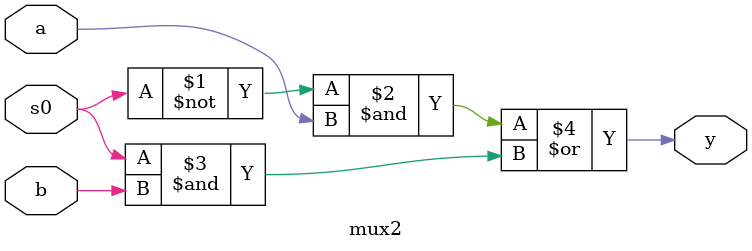
<source format=v>
`timescale 1ns / 1ps
module mux2(a,b,s0,y
    );

input a,b,s0;
output y;
assign y=((~s0)&a)|(s0&b);

/* gate level modeling
module mux1(a,b,s0,y);
input a,b,s0;
output y;
wire w1,w2,w3;
not n0(w1,s0);
and a0(w2,a,w1);
and a1(w3,s0,b);
or o0(y,w2,w3);
endmodule
*/
/* behavioral  modeling
module mux1(a,b,s0,y);
input a,b,s0;
output y;
reg y;
always@(a,b,s0)
begin
if(s0==0)
y=a;
else 
y=b;
endmodule
*/

endmodule

</source>
